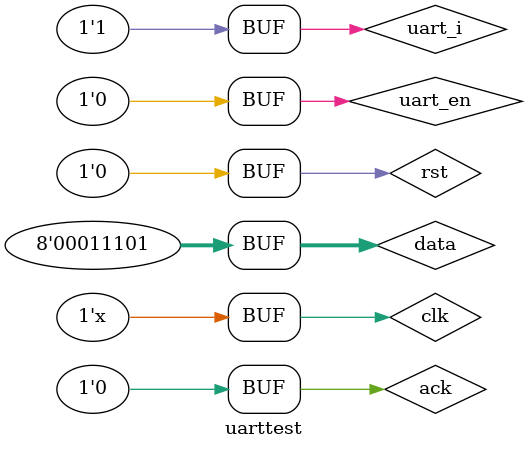
<source format=v>
`timescale 1ns / 1ps


module uarttest();
    reg clk = 0;
    reg rst = 0;
    reg uart_en = 0;
    reg ack;
    reg [7:0] data = 2333;
    reg uart_i = 1;
    
    
    cpu_top top(
        .clk_in(clk),
        .rst(rst),
        .data_switch(data),
        .ack(ack),
        .uart_en(uart_en)
    );
    
    always #1 clk = ~clk;
    
    initial begin
        #320 rst = 1;
        #60 rst = 0;
        #920 ack = 1;
        #700 ack = 0;
    end
    
endmodule

</source>
